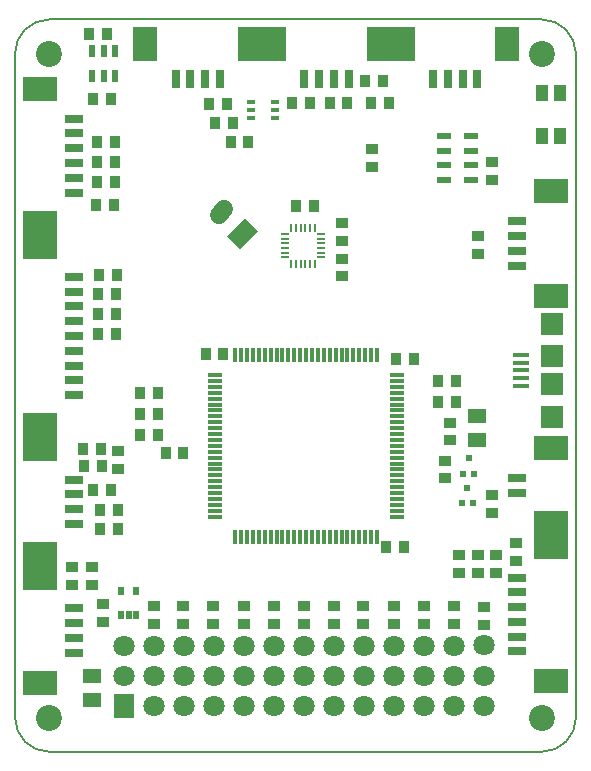
<source format=gbr>
G04 (created by PCBNEW (2013-may-18)-stable) date Čt 25. září 2014, 17:16:29 CEST*
%MOIN*%
G04 Gerber Fmt 3.4, Leading zero omitted, Abs format*
%FSLAX34Y34*%
G01*
G70*
G90*
G04 APERTURE LIST*
%ADD10C,0.00590551*%
%ADD11R,0.0185039X0.0315*%
%ADD12C,0.06*%
%ADD13C,0.0708661*%
%ADD14R,0.0708661X0.0787*%
%ADD15C,0.0866142*%
%ADD16R,0.0512X0.0118*%
%ADD17R,0.0118X0.0512*%
%ADD18R,0.0236X0.0394*%
%ADD19R,0.019685X0.023622*%
%ADD20R,0.0354X0.0394*%
%ADD21R,0.0394X0.0354*%
%ADD22R,0.0629921X0.0314961*%
%ADD23R,0.11811X0.0826772*%
%ADD24R,0.0826772X0.11811*%
%ADD25R,0.0314961X0.0629921*%
%ADD26R,0.0472X0.0236*%
%ADD27R,0.0747X0.0747*%
%ADD28R,0.0531X0.0157*%
%ADD29R,0.053X0.0157*%
%ADD30R,0.059X0.0472*%
%ADD31R,0.059X0.0473*%
%ADD32R,0.026X0.016*%
%ADD33O,0.00787402X0.0295276*%
%ADD34O,0.0295276X0.00787402*%
%ADD35R,0.0413386X0.0551181*%
G04 APERTURE END LIST*
G54D10*
X-196Y944D02*
G75*
G03X944Y-196I1141J0D01*
G74*
G01*
X944Y24212D02*
X17362Y24212D01*
X-196Y944D02*
X-196Y23070D01*
X17362Y-196D02*
X944Y-196D01*
X18503Y23070D02*
X18503Y944D01*
X17362Y-196D02*
G75*
G03X18503Y944I0J1141D01*
G74*
G01*
X944Y24212D02*
G75*
G03X-196Y23070I0J-1141D01*
G74*
G01*
X18503Y23070D02*
G75*
G03X17362Y24212I-1141J0D01*
G74*
G01*
G54D11*
X3342Y4369D03*
X3854Y4369D03*
X3598Y4369D03*
X3854Y5157D03*
X3342Y5157D03*
G54D10*
G36*
X7911Y17177D02*
X7298Y16565D01*
X6874Y16989D01*
X7486Y17601D01*
X7911Y17177D01*
X7911Y17177D01*
G37*
G54D12*
X6591Y17696D02*
X6779Y17884D01*
G54D13*
X15433Y3346D03*
X15433Y2342D03*
X15433Y1338D03*
G54D14*
X3425Y1340D03*
G54D13*
X3425Y2340D03*
X4425Y1340D03*
X4425Y2340D03*
X5425Y1340D03*
X5425Y2340D03*
X6425Y1340D03*
X6425Y2340D03*
X7425Y1340D03*
X7425Y2340D03*
X8425Y1340D03*
X8425Y2340D03*
X9425Y1340D03*
X9425Y2340D03*
X10425Y1340D03*
X10425Y2340D03*
X11425Y1340D03*
X11425Y2340D03*
X12425Y1340D03*
X12425Y2340D03*
X3425Y3340D03*
X4425Y3340D03*
X5425Y3340D03*
X6425Y3340D03*
X7425Y3340D03*
X8425Y3340D03*
X9425Y3340D03*
X10425Y3340D03*
X11425Y3340D03*
X12425Y3340D03*
X13425Y1340D03*
X13425Y2340D03*
X13425Y3340D03*
X14425Y1340D03*
X14429Y2342D03*
X14425Y3340D03*
G54D15*
X944Y23070D03*
X944Y944D03*
X17362Y944D03*
X17362Y23070D03*
G54D16*
X6485Y11772D03*
X6485Y11575D03*
X6485Y11378D03*
X6485Y11181D03*
X6485Y10984D03*
X6485Y12362D03*
X6485Y12165D03*
X6485Y11969D03*
X6485Y9213D03*
X6485Y9016D03*
X6485Y8819D03*
X6485Y8622D03*
X6485Y8425D03*
X6485Y8228D03*
X6485Y8031D03*
X6485Y7835D03*
G54D17*
X8523Y6978D03*
X8720Y6978D03*
X8916Y6978D03*
X9113Y6978D03*
X9310Y6978D03*
X9507Y6978D03*
X9704Y6978D03*
X9901Y6978D03*
X11672Y6978D03*
X11869Y6978D03*
G54D16*
X12529Y7638D03*
X12529Y7835D03*
X12529Y8031D03*
X12529Y8228D03*
X12529Y8425D03*
X12529Y8622D03*
X6485Y10787D03*
X6485Y10591D03*
X6485Y10394D03*
X6485Y7638D03*
G54D17*
X7145Y6978D03*
X7342Y6978D03*
X10098Y6978D03*
X10294Y6978D03*
X10491Y6978D03*
G54D16*
X12529Y8819D03*
X12529Y9016D03*
X12529Y9213D03*
X6485Y10197D03*
X6485Y10000D03*
X6485Y9803D03*
X6485Y9606D03*
X6485Y9409D03*
G54D17*
X7538Y6978D03*
X7735Y6978D03*
X7932Y6978D03*
X8129Y6978D03*
X8326Y6978D03*
X10688Y6978D03*
X10885Y6978D03*
X11082Y6978D03*
X11279Y6978D03*
X11476Y6978D03*
G54D16*
X12529Y9409D03*
X12529Y9606D03*
X12529Y9803D03*
X12529Y10000D03*
X12529Y10197D03*
X12529Y10394D03*
X12529Y10591D03*
X12529Y10787D03*
X12529Y10984D03*
X12529Y11181D03*
X12529Y11378D03*
X12529Y11575D03*
X12529Y11772D03*
X12529Y11969D03*
X12529Y12165D03*
X12529Y12362D03*
G54D17*
X11869Y13022D03*
X11672Y13022D03*
X11476Y13022D03*
X11279Y13022D03*
X11082Y13022D03*
X10885Y13022D03*
X10688Y13022D03*
X10491Y13022D03*
X10294Y13022D03*
X10098Y13022D03*
X9901Y13022D03*
X9704Y13022D03*
X9507Y13022D03*
X9310Y13022D03*
X9113Y13022D03*
X8916Y13022D03*
X8720Y13022D03*
X8523Y13022D03*
X8326Y13022D03*
X8129Y13022D03*
X7932Y13022D03*
X7735Y13022D03*
X7538Y13022D03*
X7342Y13022D03*
X7145Y13022D03*
G54D18*
X3130Y23171D03*
X2380Y23171D03*
X2755Y23171D03*
X2380Y22339D03*
X3130Y22339D03*
X2755Y22339D03*
G54D19*
X14688Y8094D03*
X15082Y8094D03*
X14885Y8606D03*
X14724Y9074D03*
X15118Y9074D03*
X14921Y9586D03*
G54D20*
X2420Y21574D03*
X3012Y21574D03*
X12264Y21417D03*
X11672Y21417D03*
G54D21*
X16496Y6752D03*
X16496Y6160D03*
G54D20*
X2578Y13740D03*
X3170Y13740D03*
X2578Y14409D03*
X3170Y14409D03*
X2538Y18779D03*
X3130Y18779D03*
X2499Y18031D03*
X3091Y18031D03*
G54D21*
X14133Y9508D03*
X14133Y8916D03*
X4429Y4054D03*
X4429Y4646D03*
X14429Y4054D03*
X14429Y4646D03*
X13425Y4054D03*
X13425Y4646D03*
X12421Y4054D03*
X12421Y4646D03*
X10433Y4054D03*
X10433Y4646D03*
X11417Y4054D03*
X11417Y4646D03*
X9429Y4054D03*
X9429Y4646D03*
X8425Y4054D03*
X8425Y4646D03*
X7421Y4054D03*
X7421Y4646D03*
X6417Y4054D03*
X6417Y4646D03*
X5413Y4054D03*
X5413Y4646D03*
G54D20*
X10294Y21417D03*
X10886Y21417D03*
X2578Y15078D03*
X3170Y15078D03*
X2617Y15708D03*
X3209Y15708D03*
G54D21*
X14606Y6358D03*
X14606Y5766D03*
X15236Y6358D03*
X15236Y5766D03*
X15826Y6358D03*
X15826Y5766D03*
G54D20*
X9034Y21417D03*
X9626Y21417D03*
G54D21*
X15433Y4034D03*
X15433Y4626D03*
G54D20*
X2538Y19448D03*
X3130Y19448D03*
X2538Y20118D03*
X3130Y20118D03*
G54D21*
X15712Y7766D03*
X15712Y8358D03*
G54D20*
X2105Y9330D03*
X2697Y9330D03*
X3229Y7874D03*
X2637Y7874D03*
X2420Y8523D03*
X3012Y8523D03*
G54D21*
X3248Y9823D03*
X3248Y9231D03*
X1692Y5373D03*
X1692Y5965D03*
X2362Y5373D03*
X2362Y5965D03*
G54D20*
X14508Y11456D03*
X13916Y11456D03*
X14508Y12165D03*
X13916Y12165D03*
G54D22*
X1771Y15629D03*
X1771Y15137D03*
X1771Y14645D03*
X1771Y14153D03*
X1771Y13661D03*
X1771Y13169D03*
X1771Y12677D03*
X1771Y12185D03*
X1771Y11692D03*
G54D23*
X629Y16633D03*
X629Y10688D03*
X629Y21909D03*
X629Y17440D03*
G54D22*
X1771Y20905D03*
X1771Y20413D03*
X1771Y19921D03*
X1771Y19429D03*
X1771Y18937D03*
X1771Y18444D03*
G54D23*
X17677Y2145D03*
X17677Y6614D03*
G54D22*
X16535Y3149D03*
X16535Y3641D03*
X16535Y4133D03*
X16535Y4625D03*
X16535Y5118D03*
X16535Y5610D03*
G54D23*
X17677Y15000D03*
X17677Y18484D03*
G54D22*
X16535Y16003D03*
X16535Y16496D03*
X16535Y16988D03*
X16535Y17480D03*
G54D24*
X16220Y23385D03*
X12736Y23385D03*
G54D25*
X15216Y22244D03*
X14724Y22244D03*
X14232Y22244D03*
X13740Y22244D03*
G54D23*
X629Y9881D03*
X629Y6397D03*
G54D22*
X1771Y8877D03*
X1771Y8385D03*
X1771Y7893D03*
X1771Y7401D03*
G54D23*
X629Y5590D03*
X629Y2106D03*
G54D22*
X1771Y4586D03*
X1771Y4094D03*
X1771Y3602D03*
X1771Y3110D03*
G54D24*
X11929Y23385D03*
X8444Y23385D03*
G54D25*
X10925Y22244D03*
X10433Y22244D03*
X9940Y22244D03*
X9448Y22244D03*
G54D24*
X7637Y23385D03*
X4153Y23385D03*
G54D25*
X6633Y22244D03*
X6141Y22244D03*
X5649Y22244D03*
X5157Y22244D03*
G54D22*
X16535Y8444D03*
X16535Y8937D03*
G54D23*
X17677Y7440D03*
X17677Y9940D03*
G54D26*
X15018Y18858D03*
X15018Y19350D03*
X15018Y19842D03*
X15018Y20334D03*
X14112Y20334D03*
X14112Y19842D03*
X14112Y19350D03*
X14112Y18858D03*
G54D27*
X17716Y12047D03*
X17716Y12991D03*
X17716Y14074D03*
X17716Y10964D03*
G54D28*
X16663Y12007D03*
G54D29*
X16663Y12264D03*
X16663Y12519D03*
X16663Y12774D03*
X16663Y13031D03*
G54D30*
X2362Y2323D03*
G54D31*
X2362Y1535D03*
G54D30*
X15212Y10192D03*
G54D31*
X15212Y10980D03*
G54D21*
X10692Y16833D03*
X10692Y17425D03*
X15708Y18877D03*
X15708Y19469D03*
G54D20*
X2085Y9881D03*
X2677Y9881D03*
X9756Y17992D03*
X9164Y17992D03*
X12184Y6633D03*
X12776Y6633D03*
X2263Y23740D03*
X2855Y23740D03*
X4822Y9763D03*
X5414Y9763D03*
X6752Y13051D03*
X6160Y13051D03*
X12499Y12893D03*
X13091Y12893D03*
X3229Y7224D03*
X2637Y7224D03*
X11475Y22165D03*
X12067Y22165D03*
G54D21*
X15228Y16389D03*
X15228Y16981D03*
G54D20*
X3979Y11751D03*
X4571Y11751D03*
X3975Y11066D03*
X4567Y11066D03*
X3987Y10370D03*
X4579Y10370D03*
G54D32*
X7670Y21452D03*
X7670Y20932D03*
X7670Y21192D03*
X8470Y20932D03*
X8470Y21452D03*
X8470Y21192D03*
G54D20*
X6855Y21409D03*
X6263Y21409D03*
X6995Y20141D03*
X7587Y20141D03*
X7063Y20767D03*
X6471Y20767D03*
G54D21*
X10704Y16240D03*
X10704Y15648D03*
G54D33*
X9011Y16070D03*
X9169Y16070D03*
X9326Y16070D03*
X9484Y16070D03*
X9641Y16070D03*
X9799Y16070D03*
G54D34*
X10007Y16279D03*
X10007Y16437D03*
X10007Y16594D03*
X10007Y16751D03*
X10007Y16909D03*
X10007Y17066D03*
G54D33*
X9799Y17275D03*
X9641Y17275D03*
X9484Y17275D03*
X9326Y17275D03*
X9169Y17275D03*
X9011Y17275D03*
G54D34*
X8803Y17066D03*
X8803Y16909D03*
X8803Y16751D03*
X8803Y16594D03*
X8803Y16437D03*
X8803Y16279D03*
G54D21*
X11704Y19290D03*
X11704Y19882D03*
G54D35*
X17972Y21748D03*
X17972Y20330D03*
X17381Y21748D03*
X17381Y20330D03*
G54D21*
X2744Y4729D03*
X2744Y4137D03*
X14307Y10184D03*
X14307Y10776D03*
M02*

</source>
